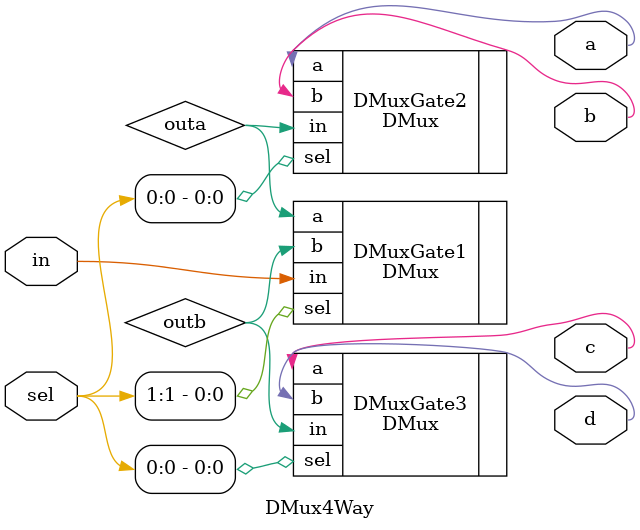
<source format=v>
module DMux4Way(
    input in,
    input [1:0] sel,
    output a, b, c, d
);
    wire outa, outb;
    DMux DMuxGate1(.in(in), .sel(sel[1]), .a(outa), .b(outb));
    DMux DMuxGate2(.in(outa), .sel(sel[0]), .a(a), .b(b));
    DMux DMuxGate3(.in(outb), .sel(sel[0]), .a(c), .b(d));
endmodule
</source>
